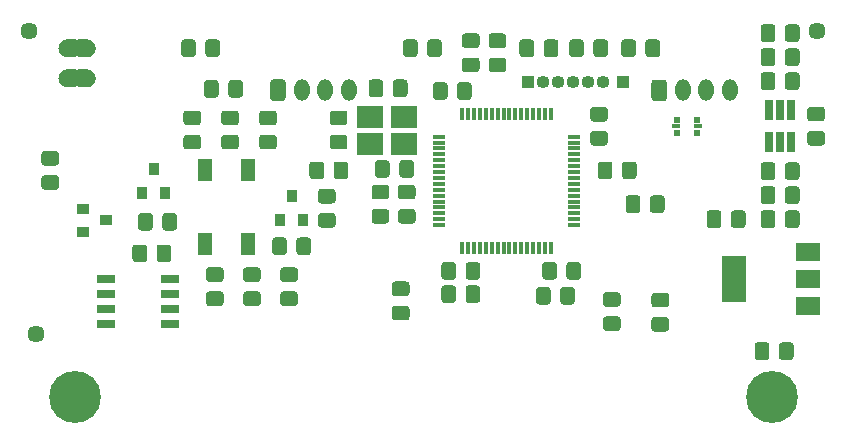
<source format=gbr>
%TF.GenerationSoftware,KiCad,Pcbnew,5.1.6+dfsg1-1~bpo10+1*%
%TF.CreationDate,2021-04-22T00:57:50+03:00*%
%TF.ProjectId,controller,636f6e74-726f-46c6-9c65-722e6b696361,rev?*%
%TF.SameCoordinates,PX3cfccb0PYa197300*%
%TF.FileFunction,Soldermask,Top*%
%TF.FilePolarity,Negative*%
%FSLAX46Y46*%
G04 Gerber Fmt 4.6, Leading zero omitted, Abs format (unit mm)*
G04 Created by KiCad (PCBNEW 5.1.6+dfsg1-1~bpo10+1) date 2021-04-22 00:57:50*
%MOMM*%
%LPD*%
G01*
G04 APERTURE LIST*
%ADD10C,0.100000*%
%ADD11C,4.400000*%
%ADD12R,1.000000X0.900000*%
%ADD13R,0.900000X1.000000*%
%ADD14R,1.200000X1.900000*%
%ADD15R,1.100000X1.100000*%
%ADD16R,1.650000X0.700000*%
%ADD17O,1.100000X1.100000*%
%ADD18R,0.350000X1.100000*%
%ADD19R,1.100000X0.350000*%
%ADD20O,1.300000X1.850000*%
%ADD21C,1.448000*%
%ADD22R,2.200000X1.900000*%
%ADD23R,0.600000X0.475000*%
%ADD24R,0.750000X0.400000*%
%ADD25R,0.750000X1.660000*%
%ADD26R,2.100000X1.600000*%
%ADD27R,2.100000X3.900000*%
G04 APERTURE END LIST*
D10*
%TO.C,JP1*%
G36*
X5239500Y35264500D02*
G01*
X5874500Y35264500D01*
X5874500Y33867500D01*
X5239500Y33867500D01*
X5239500Y35264500D01*
G37*
%TO.C,JP2*%
G36*
X5239500Y32724500D02*
G01*
X5874500Y32724500D01*
X5874500Y31327500D01*
X5239500Y31327500D01*
X5239500Y32724500D01*
G37*
%TD*%
D11*
%TO.C,J1*%
X64410000Y5060000D03*
X5410000Y5060000D03*
%TD*%
%TO.C,R18*%
G36*
G01*
X12775000Y19386738D02*
X12775000Y20343262D01*
G75*
G02*
X13046738Y20615000I271738J0D01*
G01*
X13753262Y20615000D01*
G75*
G02*
X14025000Y20343262I0J-271738D01*
G01*
X14025000Y19386738D01*
G75*
G02*
X13753262Y19115000I-271738J0D01*
G01*
X13046738Y19115000D01*
G75*
G02*
X12775000Y19386738I0J271738D01*
G01*
G37*
G36*
G01*
X10725000Y19386738D02*
X10725000Y20343262D01*
G75*
G02*
X10996738Y20615000I271738J0D01*
G01*
X11703262Y20615000D01*
G75*
G02*
X11975000Y20343262I0J-271738D01*
G01*
X11975000Y19386738D01*
G75*
G02*
X11703262Y19115000I-271738J0D01*
G01*
X10996738Y19115000D01*
G75*
G02*
X10725000Y19386738I0J271738D01*
G01*
G37*
%TD*%
%TO.C,R17*%
G36*
G01*
X23325000Y18268262D02*
X23325000Y17311738D01*
G75*
G02*
X23053262Y17040000I-271738J0D01*
G01*
X22346738Y17040000D01*
G75*
G02*
X22075000Y17311738I0J271738D01*
G01*
X22075000Y18268262D01*
G75*
G02*
X22346738Y18540000I271738J0D01*
G01*
X23053262Y18540000D01*
G75*
G02*
X23325000Y18268262I0J-271738D01*
G01*
G37*
G36*
G01*
X25375000Y18268262D02*
X25375000Y17311738D01*
G75*
G02*
X25103262Y17040000I-271738J0D01*
G01*
X24396738Y17040000D01*
G75*
G02*
X24125000Y17311738I0J271738D01*
G01*
X24125000Y18268262D01*
G75*
G02*
X24396738Y18540000I271738J0D01*
G01*
X25103262Y18540000D01*
G75*
G02*
X25375000Y18268262I0J-271738D01*
G01*
G37*
%TD*%
D12*
%TO.C,Q3*%
X8025000Y19990000D03*
X6025000Y19040000D03*
X6025000Y20940000D03*
%TD*%
D13*
%TO.C,Q2*%
X23725000Y22040000D03*
X24675000Y20040000D03*
X22775000Y20040000D03*
%TD*%
D10*
%TO.C,JP1*%
G36*
X6392557Y35315157D02*
G01*
X6418347Y35315157D01*
X6423248Y35314916D01*
X6491612Y35308183D01*
X6496466Y35307463D01*
X6563841Y35294061D01*
X6568600Y35292869D01*
X6634337Y35272928D01*
X6638957Y35271275D01*
X6702423Y35244987D01*
X6706859Y35242889D01*
X6767442Y35210506D01*
X6771650Y35207983D01*
X6828768Y35169818D01*
X6832710Y35166895D01*
X6885811Y35123316D01*
X6889446Y35120021D01*
X6938021Y35071446D01*
X6941316Y35067811D01*
X6984895Y35014710D01*
X6987818Y35010768D01*
X7025983Y34953650D01*
X7028506Y34949442D01*
X7060889Y34888859D01*
X7062987Y34884423D01*
X7089275Y34820957D01*
X7090928Y34816337D01*
X7110869Y34750600D01*
X7112061Y34745841D01*
X7125463Y34678466D01*
X7126183Y34673612D01*
X7132916Y34605248D01*
X7133157Y34600347D01*
X7133157Y34531653D01*
X7132916Y34526752D01*
X7126183Y34458388D01*
X7125463Y34453534D01*
X7112061Y34386159D01*
X7110869Y34381400D01*
X7090928Y34315663D01*
X7089275Y34311043D01*
X7062987Y34247577D01*
X7060889Y34243141D01*
X7028506Y34182558D01*
X7025983Y34178350D01*
X6987818Y34121232D01*
X6984895Y34117290D01*
X6941316Y34064189D01*
X6938021Y34060554D01*
X6889446Y34011979D01*
X6885811Y34008684D01*
X6832710Y33965105D01*
X6828768Y33962182D01*
X6771650Y33924017D01*
X6767442Y33921494D01*
X6706859Y33889111D01*
X6702423Y33887013D01*
X6638957Y33860725D01*
X6634337Y33859072D01*
X6568600Y33839131D01*
X6563841Y33837939D01*
X6496466Y33824537D01*
X6491612Y33823817D01*
X6423248Y33817084D01*
X6418347Y33816843D01*
X6392557Y33816843D01*
X6384000Y33816000D01*
X5684000Y33816000D01*
X5674245Y33816961D01*
X5664866Y33819806D01*
X5656221Y33824427D01*
X5648645Y33830645D01*
X5642427Y33838221D01*
X5637806Y33846866D01*
X5634961Y33856245D01*
X5634000Y33866000D01*
X5634000Y35266000D01*
X5634961Y35275755D01*
X5637806Y35285134D01*
X5642427Y35293779D01*
X5648645Y35301355D01*
X5656221Y35307573D01*
X5664866Y35312194D01*
X5674245Y35315039D01*
X5684000Y35316000D01*
X6384000Y35316000D01*
X6392557Y35315157D01*
G37*
G36*
X4721443Y33816843D02*
G01*
X4695653Y33816843D01*
X4690752Y33817084D01*
X4622388Y33823817D01*
X4617534Y33824537D01*
X4550159Y33837939D01*
X4545400Y33839131D01*
X4479663Y33859072D01*
X4475043Y33860725D01*
X4411577Y33887013D01*
X4407141Y33889111D01*
X4346558Y33921494D01*
X4342350Y33924017D01*
X4285232Y33962182D01*
X4281290Y33965105D01*
X4228189Y34008684D01*
X4224554Y34011979D01*
X4175979Y34060554D01*
X4172684Y34064189D01*
X4129105Y34117290D01*
X4126182Y34121232D01*
X4088017Y34178350D01*
X4085494Y34182558D01*
X4053111Y34243141D01*
X4051013Y34247577D01*
X4024725Y34311043D01*
X4023072Y34315663D01*
X4003131Y34381400D01*
X4001939Y34386159D01*
X3988537Y34453534D01*
X3987817Y34458388D01*
X3981084Y34526752D01*
X3980843Y34531653D01*
X3980843Y34600347D01*
X3981084Y34605248D01*
X3987817Y34673612D01*
X3988537Y34678466D01*
X4001939Y34745841D01*
X4003131Y34750600D01*
X4023072Y34816337D01*
X4024725Y34820957D01*
X4051013Y34884423D01*
X4053111Y34888859D01*
X4085494Y34949442D01*
X4088017Y34953650D01*
X4126182Y35010768D01*
X4129105Y35014710D01*
X4172684Y35067811D01*
X4175979Y35071446D01*
X4224554Y35120021D01*
X4228189Y35123316D01*
X4281290Y35166895D01*
X4285232Y35169818D01*
X4342350Y35207983D01*
X4346558Y35210506D01*
X4407141Y35242889D01*
X4411577Y35244987D01*
X4475043Y35271275D01*
X4479663Y35272928D01*
X4545400Y35292869D01*
X4550159Y35294061D01*
X4617534Y35307463D01*
X4622388Y35308183D01*
X4690752Y35314916D01*
X4695653Y35315157D01*
X4721443Y35315157D01*
X4730000Y35316000D01*
X5430000Y35316000D01*
X5439755Y35315039D01*
X5449134Y35312194D01*
X5457779Y35307573D01*
X5465355Y35301355D01*
X5471573Y35293779D01*
X5476194Y35285134D01*
X5479039Y35275755D01*
X5480000Y35266000D01*
X5480000Y33866000D01*
X5479039Y33856245D01*
X5476194Y33846866D01*
X5471573Y33838221D01*
X5465355Y33830645D01*
X5457779Y33824427D01*
X5449134Y33819806D01*
X5439755Y33816961D01*
X5430000Y33816000D01*
X4730000Y33816000D01*
X4721443Y33816843D01*
G37*
%TD*%
D14*
%TO.C,SW1*%
X16350000Y18015000D03*
X16350000Y24215000D03*
X20050000Y18015000D03*
X20050000Y24215000D03*
%TD*%
D15*
%TO.C,J4*%
X51801660Y31703420D03*
%TD*%
%TO.C,R16*%
G36*
G01*
X15788402Y28040000D02*
X14831878Y28040000D01*
G75*
G02*
X14560140Y28311738I0J271738D01*
G01*
X14560140Y29018262D01*
G75*
G02*
X14831878Y29290000I271738J0D01*
G01*
X15788402Y29290000D01*
G75*
G02*
X16060140Y29018262I0J-271738D01*
G01*
X16060140Y28311738D01*
G75*
G02*
X15788402Y28040000I-271738J0D01*
G01*
G37*
G36*
G01*
X15788402Y25990000D02*
X14831878Y25990000D01*
G75*
G02*
X14560140Y26261738I0J271738D01*
G01*
X14560140Y26968262D01*
G75*
G02*
X14831878Y27240000I271738J0D01*
G01*
X15788402Y27240000D01*
G75*
G02*
X16060140Y26968262I0J-271738D01*
G01*
X16060140Y26261738D01*
G75*
G02*
X15788402Y25990000I-271738J0D01*
G01*
G37*
%TD*%
D13*
%TO.C,Q1*%
X12046800Y24339200D03*
X12996800Y22339200D03*
X11096800Y22339200D03*
%TD*%
%TO.C,C20*%
G36*
G01*
X18038628Y27240000D02*
X18995152Y27240000D01*
G75*
G02*
X19266890Y26968262I0J-271738D01*
G01*
X19266890Y26261738D01*
G75*
G02*
X18995152Y25990000I-271738J0D01*
G01*
X18038628Y25990000D01*
G75*
G02*
X17766890Y26261738I0J271738D01*
G01*
X17766890Y26968262D01*
G75*
G02*
X18038628Y27240000I271738J0D01*
G01*
G37*
G36*
G01*
X18038628Y29290000D02*
X18995152Y29290000D01*
G75*
G02*
X19266890Y29018262I0J-271738D01*
G01*
X19266890Y28311738D01*
G75*
G02*
X18995152Y28040000I-271738J0D01*
G01*
X18038628Y28040000D01*
G75*
G02*
X17766890Y28311738I0J271738D01*
G01*
X17766890Y29018262D01*
G75*
G02*
X18038628Y29290000I271738J0D01*
G01*
G37*
%TD*%
D16*
%TO.C,U5*%
X13421240Y14999280D03*
X13421240Y13729280D03*
X13421240Y12459280D03*
X13421240Y11189280D03*
X8021240Y11189280D03*
X8021240Y12459280D03*
X8021240Y13729280D03*
X8021240Y14999280D03*
%TD*%
%TO.C,R15*%
G36*
G01*
X23027578Y13972200D02*
X23984102Y13972200D01*
G75*
G02*
X24255840Y13700462I0J-271738D01*
G01*
X24255840Y12993938D01*
G75*
G02*
X23984102Y12722200I-271738J0D01*
G01*
X23027578Y12722200D01*
G75*
G02*
X22755840Y12993938I0J271738D01*
G01*
X22755840Y13700462D01*
G75*
G02*
X23027578Y13972200I271738J0D01*
G01*
G37*
G36*
G01*
X23027578Y16022200D02*
X23984102Y16022200D01*
G75*
G02*
X24255840Y15750462I0J-271738D01*
G01*
X24255840Y15043938D01*
G75*
G02*
X23984102Y14772200I-271738J0D01*
G01*
X23027578Y14772200D01*
G75*
G02*
X22755840Y15043938I0J271738D01*
G01*
X22755840Y15750462D01*
G75*
G02*
X23027578Y16022200I271738J0D01*
G01*
G37*
%TD*%
%TO.C,R14*%
G36*
G01*
X19883058Y13972200D02*
X20839582Y13972200D01*
G75*
G02*
X21111320Y13700462I0J-271738D01*
G01*
X21111320Y12993938D01*
G75*
G02*
X20839582Y12722200I-271738J0D01*
G01*
X19883058Y12722200D01*
G75*
G02*
X19611320Y12993938I0J271738D01*
G01*
X19611320Y13700462D01*
G75*
G02*
X19883058Y13972200I271738J0D01*
G01*
G37*
G36*
G01*
X19883058Y16022200D02*
X20839582Y16022200D01*
G75*
G02*
X21111320Y15750462I0J-271738D01*
G01*
X21111320Y15043938D01*
G75*
G02*
X20839582Y14772200I-271738J0D01*
G01*
X19883058Y14772200D01*
G75*
G02*
X19611320Y15043938I0J271738D01*
G01*
X19611320Y15750462D01*
G75*
G02*
X19883058Y16022200I271738J0D01*
G01*
G37*
%TD*%
%TO.C,R13*%
G36*
G01*
X16738538Y13972200D02*
X17695062Y13972200D01*
G75*
G02*
X17966800Y13700462I0J-271738D01*
G01*
X17966800Y12993938D01*
G75*
G02*
X17695062Y12722200I-271738J0D01*
G01*
X16738538Y12722200D01*
G75*
G02*
X16466800Y12993938I0J271738D01*
G01*
X16466800Y13700462D01*
G75*
G02*
X16738538Y13972200I271738J0D01*
G01*
G37*
G36*
G01*
X16738538Y16022200D02*
X17695062Y16022200D01*
G75*
G02*
X17966800Y15750462I0J-271738D01*
G01*
X17966800Y15043938D01*
G75*
G02*
X17695062Y14772200I-271738J0D01*
G01*
X16738538Y14772200D01*
G75*
G02*
X16466800Y15043938I0J271738D01*
G01*
X16466800Y15750462D01*
G75*
G02*
X16738538Y16022200I271738J0D01*
G01*
G37*
%TD*%
%TO.C,C19*%
G36*
G01*
X11491080Y17672902D02*
X11491080Y16716378D01*
G75*
G02*
X11219342Y16444640I-271738J0D01*
G01*
X10512818Y16444640D01*
G75*
G02*
X10241080Y16716378I0J271738D01*
G01*
X10241080Y17672902D01*
G75*
G02*
X10512818Y17944640I271738J0D01*
G01*
X11219342Y17944640D01*
G75*
G02*
X11491080Y17672902I0J-271738D01*
G01*
G37*
G36*
G01*
X13541080Y17672902D02*
X13541080Y16716378D01*
G75*
G02*
X13269342Y16444640I-271738J0D01*
G01*
X12562818Y16444640D01*
G75*
G02*
X12291080Y16716378I0J271738D01*
G01*
X12291080Y17672902D01*
G75*
G02*
X12562818Y17944640I271738J0D01*
G01*
X13269342Y17944640D01*
G75*
G02*
X13541080Y17672902I0J-271738D01*
G01*
G37*
%TD*%
%TO.C,R12*%
G36*
G01*
X51310862Y12667340D02*
X50354338Y12667340D01*
G75*
G02*
X50082600Y12939078I0J271738D01*
G01*
X50082600Y13645602D01*
G75*
G02*
X50354338Y13917340I271738J0D01*
G01*
X51310862Y13917340D01*
G75*
G02*
X51582600Y13645602I0J-271738D01*
G01*
X51582600Y12939078D01*
G75*
G02*
X51310862Y12667340I-271738J0D01*
G01*
G37*
G36*
G01*
X51310862Y10617340D02*
X50354338Y10617340D01*
G75*
G02*
X50082600Y10889078I0J271738D01*
G01*
X50082600Y11595602D01*
G75*
G02*
X50354338Y11867340I271738J0D01*
G01*
X51310862Y11867340D01*
G75*
G02*
X51582600Y11595602I0J-271738D01*
G01*
X51582600Y10889078D01*
G75*
G02*
X51310862Y10617340I-271738J0D01*
G01*
G37*
%TD*%
%TO.C,R11*%
G36*
G01*
X32482898Y12766500D02*
X33439422Y12766500D01*
G75*
G02*
X33711160Y12494762I0J-271738D01*
G01*
X33711160Y11788238D01*
G75*
G02*
X33439422Y11516500I-271738J0D01*
G01*
X32482898Y11516500D01*
G75*
G02*
X32211160Y11788238I0J271738D01*
G01*
X32211160Y12494762D01*
G75*
G02*
X32482898Y12766500I271738J0D01*
G01*
G37*
G36*
G01*
X32482898Y14816500D02*
X33439422Y14816500D01*
G75*
G02*
X33711160Y14544762I0J-271738D01*
G01*
X33711160Y13838238D01*
G75*
G02*
X33439422Y13566500I-271738J0D01*
G01*
X32482898Y13566500D01*
G75*
G02*
X32211160Y13838238I0J271738D01*
G01*
X32211160Y14544762D01*
G75*
G02*
X32482898Y14816500I271738J0D01*
G01*
G37*
%TD*%
%TO.C,R10*%
G36*
G01*
X55418042Y12614000D02*
X54461518Y12614000D01*
G75*
G02*
X54189780Y12885738I0J271738D01*
G01*
X54189780Y13592262D01*
G75*
G02*
X54461518Y13864000I271738J0D01*
G01*
X55418042Y13864000D01*
G75*
G02*
X55689780Y13592262I0J-271738D01*
G01*
X55689780Y12885738D01*
G75*
G02*
X55418042Y12614000I-271738J0D01*
G01*
G37*
G36*
G01*
X55418042Y10564000D02*
X54461518Y10564000D01*
G75*
G02*
X54189780Y10835738I0J271738D01*
G01*
X54189780Y11542262D01*
G75*
G02*
X54461518Y11814000I271738J0D01*
G01*
X55418042Y11814000D01*
G75*
G02*
X55689780Y11542262I0J-271738D01*
G01*
X55689780Y10835738D01*
G75*
G02*
X55418042Y10564000I-271738J0D01*
G01*
G37*
%TD*%
%TO.C,R9*%
G36*
G01*
X18354840Y30638418D02*
X18354840Y31594942D01*
G75*
G02*
X18626578Y31866680I271738J0D01*
G01*
X19333102Y31866680D01*
G75*
G02*
X19604840Y31594942I0J-271738D01*
G01*
X19604840Y30638418D01*
G75*
G02*
X19333102Y30366680I-271738J0D01*
G01*
X18626578Y30366680D01*
G75*
G02*
X18354840Y30638418I0J271738D01*
G01*
G37*
G36*
G01*
X16304840Y30638418D02*
X16304840Y31594942D01*
G75*
G02*
X16576578Y31866680I271738J0D01*
G01*
X17283102Y31866680D01*
G75*
G02*
X17554840Y31594942I0J-271738D01*
G01*
X17554840Y30638418D01*
G75*
G02*
X17283102Y30366680I-271738J0D01*
G01*
X16576578Y30366680D01*
G75*
G02*
X16304840Y30638418I0J271738D01*
G01*
G37*
%TD*%
%TO.C,R6*%
G36*
G01*
X44262940Y35038262D02*
X44262940Y34081738D01*
G75*
G02*
X43991202Y33810000I-271738J0D01*
G01*
X43284678Y33810000D01*
G75*
G02*
X43012940Y34081738I0J271738D01*
G01*
X43012940Y35038262D01*
G75*
G02*
X43284678Y35310000I271738J0D01*
G01*
X43991202Y35310000D01*
G75*
G02*
X44262940Y35038262I0J-271738D01*
G01*
G37*
G36*
G01*
X46312940Y35038262D02*
X46312940Y34081738D01*
G75*
G02*
X46041202Y33810000I-271738J0D01*
G01*
X45334678Y33810000D01*
G75*
G02*
X45062940Y34081738I0J271738D01*
G01*
X45062940Y35038262D01*
G75*
G02*
X45334678Y35310000I271738J0D01*
G01*
X46041202Y35310000D01*
G75*
G02*
X46312940Y35038262I0J-271738D01*
G01*
G37*
%TD*%
%TO.C,C18*%
G36*
G01*
X46457400Y13120038D02*
X46457400Y14076562D01*
G75*
G02*
X46729138Y14348300I271738J0D01*
G01*
X47435662Y14348300D01*
G75*
G02*
X47707400Y14076562I0J-271738D01*
G01*
X47707400Y13120038D01*
G75*
G02*
X47435662Y12848300I-271738J0D01*
G01*
X46729138Y12848300D01*
G75*
G02*
X46457400Y13120038I0J271738D01*
G01*
G37*
G36*
G01*
X44407400Y13120038D02*
X44407400Y14076562D01*
G75*
G02*
X44679138Y14348300I271738J0D01*
G01*
X45385662Y14348300D01*
G75*
G02*
X45657400Y14076562I0J-271738D01*
G01*
X45657400Y13120038D01*
G75*
G02*
X45385662Y12848300I-271738J0D01*
G01*
X44679138Y12848300D01*
G75*
G02*
X44407400Y13120038I0J271738D01*
G01*
G37*
%TD*%
D17*
%TO.C,J6*%
X50078220Y31703420D03*
X48808220Y31703420D03*
X47538220Y31703420D03*
X46268220Y31703420D03*
X44998220Y31703420D03*
D15*
X43728220Y31703420D03*
%TD*%
D18*
%TO.C,U2*%
X38170000Y29030000D03*
X38670000Y29030000D03*
X39170000Y29030000D03*
X39670000Y29030000D03*
X40170000Y29030000D03*
X40670000Y29030000D03*
X41170000Y29030000D03*
X41670000Y29030000D03*
X42170000Y29030000D03*
X42670000Y29030000D03*
X43170000Y29030000D03*
X43670000Y29030000D03*
X44170000Y29030000D03*
X44670000Y29030000D03*
X45170000Y29030000D03*
X45670000Y29030000D03*
D19*
X47620000Y27080000D03*
X47620000Y26580000D03*
X47620000Y26080000D03*
X47620000Y25580000D03*
X47620000Y25080000D03*
X47620000Y24580000D03*
X47620000Y24080000D03*
X47620000Y23580000D03*
X47620000Y23080000D03*
X47620000Y22580000D03*
X47620000Y22080000D03*
X47620000Y21580000D03*
X47620000Y21080000D03*
X47620000Y20580000D03*
X47620000Y20080000D03*
X47620000Y19580000D03*
D18*
X45670000Y17630000D03*
X45170000Y17630000D03*
X44670000Y17630000D03*
X44170000Y17630000D03*
X43670000Y17630000D03*
X43170000Y17630000D03*
X42670000Y17630000D03*
X42170000Y17630000D03*
X41670000Y17630000D03*
X41170000Y17630000D03*
X40670000Y17630000D03*
X40170000Y17630000D03*
X39670000Y17630000D03*
X39170000Y17630000D03*
X38670000Y17630000D03*
X38170000Y17630000D03*
D19*
X36220000Y19580000D03*
X36220000Y20080000D03*
X36220000Y20580000D03*
X36220000Y21080000D03*
X36220000Y21580000D03*
X36220000Y22080000D03*
X36220000Y22580000D03*
X36220000Y23080000D03*
X36220000Y23580000D03*
X36220000Y24080000D03*
X36220000Y24580000D03*
X36220000Y25080000D03*
X36220000Y25580000D03*
X36220000Y26080000D03*
X36220000Y26580000D03*
X36220000Y27080000D03*
%TD*%
D20*
%TO.C,J3*%
X28567480Y31004920D03*
X26567480Y31004920D03*
X24567480Y31004920D03*
G36*
G01*
X21917480Y30350752D02*
X21917480Y31659088D01*
G75*
G02*
X22188312Y31929920I270832J0D01*
G01*
X22946648Y31929920D01*
G75*
G02*
X23217480Y31659088I0J-270832D01*
G01*
X23217480Y30350752D01*
G75*
G02*
X22946648Y30079920I-270832J0D01*
G01*
X22188312Y30079920D01*
G75*
G02*
X21917480Y30350752I0J270832D01*
G01*
G37*
%TD*%
D21*
%TO.C,H3*%
X2054440Y10326780D03*
%TD*%
%TO.C,H2*%
X68183340Y35990940D03*
%TD*%
%TO.C,H1*%
X1488020Y36018880D03*
%TD*%
D10*
%TO.C,JP2*%
G36*
X6392557Y32775157D02*
G01*
X6418347Y32775157D01*
X6423248Y32774916D01*
X6491612Y32768183D01*
X6496466Y32767463D01*
X6563841Y32754061D01*
X6568600Y32752869D01*
X6634337Y32732928D01*
X6638957Y32731275D01*
X6702423Y32704987D01*
X6706859Y32702889D01*
X6767442Y32670506D01*
X6771650Y32667983D01*
X6828768Y32629818D01*
X6832710Y32626895D01*
X6885811Y32583316D01*
X6889446Y32580021D01*
X6938021Y32531446D01*
X6941316Y32527811D01*
X6984895Y32474710D01*
X6987818Y32470768D01*
X7025983Y32413650D01*
X7028506Y32409442D01*
X7060889Y32348859D01*
X7062987Y32344423D01*
X7089275Y32280957D01*
X7090928Y32276337D01*
X7110869Y32210600D01*
X7112061Y32205841D01*
X7125463Y32138466D01*
X7126183Y32133612D01*
X7132916Y32065248D01*
X7133157Y32060347D01*
X7133157Y31991653D01*
X7132916Y31986752D01*
X7126183Y31918388D01*
X7125463Y31913534D01*
X7112061Y31846159D01*
X7110869Y31841400D01*
X7090928Y31775663D01*
X7089275Y31771043D01*
X7062987Y31707577D01*
X7060889Y31703141D01*
X7028506Y31642558D01*
X7025983Y31638350D01*
X6987818Y31581232D01*
X6984895Y31577290D01*
X6941316Y31524189D01*
X6938021Y31520554D01*
X6889446Y31471979D01*
X6885811Y31468684D01*
X6832710Y31425105D01*
X6828768Y31422182D01*
X6771650Y31384017D01*
X6767442Y31381494D01*
X6706859Y31349111D01*
X6702423Y31347013D01*
X6638957Y31320725D01*
X6634337Y31319072D01*
X6568600Y31299131D01*
X6563841Y31297939D01*
X6496466Y31284537D01*
X6491612Y31283817D01*
X6423248Y31277084D01*
X6418347Y31276843D01*
X6392557Y31276843D01*
X6384000Y31276000D01*
X5684000Y31276000D01*
X5674245Y31276961D01*
X5664866Y31279806D01*
X5656221Y31284427D01*
X5648645Y31290645D01*
X5642427Y31298221D01*
X5637806Y31306866D01*
X5634961Y31316245D01*
X5634000Y31326000D01*
X5634000Y32726000D01*
X5634961Y32735755D01*
X5637806Y32745134D01*
X5642427Y32753779D01*
X5648645Y32761355D01*
X5656221Y32767573D01*
X5664866Y32772194D01*
X5674245Y32775039D01*
X5684000Y32776000D01*
X6384000Y32776000D01*
X6392557Y32775157D01*
G37*
G36*
X4721443Y31276843D02*
G01*
X4695653Y31276843D01*
X4690752Y31277084D01*
X4622388Y31283817D01*
X4617534Y31284537D01*
X4550159Y31297939D01*
X4545400Y31299131D01*
X4479663Y31319072D01*
X4475043Y31320725D01*
X4411577Y31347013D01*
X4407141Y31349111D01*
X4346558Y31381494D01*
X4342350Y31384017D01*
X4285232Y31422182D01*
X4281290Y31425105D01*
X4228189Y31468684D01*
X4224554Y31471979D01*
X4175979Y31520554D01*
X4172684Y31524189D01*
X4129105Y31577290D01*
X4126182Y31581232D01*
X4088017Y31638350D01*
X4085494Y31642558D01*
X4053111Y31703141D01*
X4051013Y31707577D01*
X4024725Y31771043D01*
X4023072Y31775663D01*
X4003131Y31841400D01*
X4001939Y31846159D01*
X3988537Y31913534D01*
X3987817Y31918388D01*
X3981084Y31986752D01*
X3980843Y31991653D01*
X3980843Y32060347D01*
X3981084Y32065248D01*
X3987817Y32133612D01*
X3988537Y32138466D01*
X4001939Y32205841D01*
X4003131Y32210600D01*
X4023072Y32276337D01*
X4024725Y32280957D01*
X4051013Y32344423D01*
X4053111Y32348859D01*
X4085494Y32409442D01*
X4088017Y32413650D01*
X4126182Y32470768D01*
X4129105Y32474710D01*
X4172684Y32527811D01*
X4175979Y32531446D01*
X4224554Y32580021D01*
X4228189Y32583316D01*
X4281290Y32626895D01*
X4285232Y32629818D01*
X4342350Y32667983D01*
X4346558Y32670506D01*
X4407141Y32702889D01*
X4411577Y32704987D01*
X4475043Y32731275D01*
X4479663Y32732928D01*
X4545400Y32752869D01*
X4550159Y32754061D01*
X4617534Y32767463D01*
X4622388Y32768183D01*
X4690752Y32774916D01*
X4695653Y32775157D01*
X4721443Y32775157D01*
X4730000Y32776000D01*
X5430000Y32776000D01*
X5439755Y32775039D01*
X5449134Y32772194D01*
X5457779Y32767573D01*
X5465355Y32761355D01*
X5471573Y32753779D01*
X5476194Y32745134D01*
X5479039Y32735755D01*
X5480000Y32726000D01*
X5480000Y31326000D01*
X5479039Y31316245D01*
X5476194Y31306866D01*
X5471573Y31298221D01*
X5465355Y31290645D01*
X5457779Y31284427D01*
X5449134Y31279806D01*
X5439755Y31276961D01*
X5430000Y31276000D01*
X4730000Y31276000D01*
X4721443Y31276843D01*
G37*
%TD*%
%TO.C,D6*%
G36*
G01*
X51690000Y23741738D02*
X51690000Y24698262D01*
G75*
G02*
X51961738Y24970000I271738J0D01*
G01*
X52668262Y24970000D01*
G75*
G02*
X52940000Y24698262I0J-271738D01*
G01*
X52940000Y23741738D01*
G75*
G02*
X52668262Y23470000I-271738J0D01*
G01*
X51961738Y23470000D01*
G75*
G02*
X51690000Y23741738I0J271738D01*
G01*
G37*
G36*
G01*
X49640000Y23741738D02*
X49640000Y24698262D01*
G75*
G02*
X49911738Y24970000I271738J0D01*
G01*
X50618262Y24970000D01*
G75*
G02*
X50890000Y24698262I0J-271738D01*
G01*
X50890000Y23741738D01*
G75*
G02*
X50618262Y23470000I-271738J0D01*
G01*
X49911738Y23470000D01*
G75*
G02*
X49640000Y23741738I0J271738D01*
G01*
G37*
%TD*%
%TO.C,D5*%
G36*
G01*
X27275000Y23741738D02*
X27275000Y24698262D01*
G75*
G02*
X27546738Y24970000I271738J0D01*
G01*
X28253262Y24970000D01*
G75*
G02*
X28525000Y24698262I0J-271738D01*
G01*
X28525000Y23741738D01*
G75*
G02*
X28253262Y23470000I-271738J0D01*
G01*
X27546738Y23470000D01*
G75*
G02*
X27275000Y23741738I0J271738D01*
G01*
G37*
G36*
G01*
X25225000Y23741738D02*
X25225000Y24698262D01*
G75*
G02*
X25496738Y24970000I271738J0D01*
G01*
X26203262Y24970000D01*
G75*
G02*
X26475000Y24698262I0J-271738D01*
G01*
X26475000Y23741738D01*
G75*
G02*
X26203262Y23470000I-271738J0D01*
G01*
X25496738Y23470000D01*
G75*
G02*
X25225000Y23741738I0J271738D01*
G01*
G37*
%TD*%
%TO.C,D4*%
G36*
G01*
X3758262Y24620000D02*
X2801738Y24620000D01*
G75*
G02*
X2530000Y24891738I0J271738D01*
G01*
X2530000Y25598262D01*
G75*
G02*
X2801738Y25870000I271738J0D01*
G01*
X3758262Y25870000D01*
G75*
G02*
X4030000Y25598262I0J-271738D01*
G01*
X4030000Y24891738D01*
G75*
G02*
X3758262Y24620000I-271738J0D01*
G01*
G37*
G36*
G01*
X3758262Y22570000D02*
X2801738Y22570000D01*
G75*
G02*
X2530000Y22841738I0J271738D01*
G01*
X2530000Y23548262D01*
G75*
G02*
X2801738Y23820000I271738J0D01*
G01*
X3758262Y23820000D01*
G75*
G02*
X4030000Y23548262I0J-271738D01*
G01*
X4030000Y22841738D01*
G75*
G02*
X3758262Y22570000I-271738J0D01*
G01*
G37*
%TD*%
D22*
%TO.C,Y1*%
X33260000Y26450000D03*
X30360000Y26450000D03*
X30360000Y28750000D03*
X33260000Y28750000D03*
%TD*%
D23*
%TO.C,U4*%
X56358000Y27424500D03*
X56358000Y28499500D03*
D24*
X58133000Y27962000D03*
X56283000Y27962000D03*
D23*
X58058000Y28499500D03*
X58058000Y27424500D03*
%TD*%
D25*
%TO.C,U3*%
X65082000Y26612000D03*
X66032000Y26612000D03*
X64132000Y26612000D03*
X64132000Y29312000D03*
X65082000Y29312000D03*
X66032000Y29312000D03*
%TD*%
D26*
%TO.C,U1*%
X67470000Y12708000D03*
X67470000Y17308000D03*
X67470000Y15008000D03*
D27*
X61170000Y15008000D03*
%TD*%
%TO.C,R8*%
G36*
G01*
X53252000Y21836262D02*
X53252000Y20879738D01*
G75*
G02*
X52980262Y20608000I-271738J0D01*
G01*
X52273738Y20608000D01*
G75*
G02*
X52002000Y20879738I0J271738D01*
G01*
X52002000Y21836262D01*
G75*
G02*
X52273738Y22108000I271738J0D01*
G01*
X52980262Y22108000D01*
G75*
G02*
X53252000Y21836262I0J-271738D01*
G01*
G37*
G36*
G01*
X55302000Y21836262D02*
X55302000Y20879738D01*
G75*
G02*
X55030262Y20608000I-271738J0D01*
G01*
X54323738Y20608000D01*
G75*
G02*
X54052000Y20879738I0J271738D01*
G01*
X54052000Y21836262D01*
G75*
G02*
X54323738Y22108000I271738J0D01*
G01*
X55030262Y22108000D01*
G75*
G02*
X55302000Y21836262I0J-271738D01*
G01*
G37*
%TD*%
%TO.C,R7*%
G36*
G01*
X68608262Y28362000D02*
X67651738Y28362000D01*
G75*
G02*
X67380000Y28633738I0J271738D01*
G01*
X67380000Y29340262D01*
G75*
G02*
X67651738Y29612000I271738J0D01*
G01*
X68608262Y29612000D01*
G75*
G02*
X68880000Y29340262I0J-271738D01*
G01*
X68880000Y28633738D01*
G75*
G02*
X68608262Y28362000I-271738J0D01*
G01*
G37*
G36*
G01*
X68608262Y26312000D02*
X67651738Y26312000D01*
G75*
G02*
X67380000Y26583738I0J271738D01*
G01*
X67380000Y27290262D01*
G75*
G02*
X67651738Y27562000I271738J0D01*
G01*
X68608262Y27562000D01*
G75*
G02*
X68880000Y27290262I0J-271738D01*
G01*
X68880000Y26583738D01*
G75*
G02*
X68608262Y26312000I-271738J0D01*
G01*
G37*
%TD*%
%TO.C,R5*%
G36*
G01*
X48474260Y35038262D02*
X48474260Y34081738D01*
G75*
G02*
X48202522Y33810000I-271738J0D01*
G01*
X47495998Y33810000D01*
G75*
G02*
X47224260Y34081738I0J271738D01*
G01*
X47224260Y35038262D01*
G75*
G02*
X47495998Y35310000I271738J0D01*
G01*
X48202522Y35310000D01*
G75*
G02*
X48474260Y35038262I0J-271738D01*
G01*
G37*
G36*
G01*
X50524260Y35038262D02*
X50524260Y34081738D01*
G75*
G02*
X50252522Y33810000I-271738J0D01*
G01*
X49545998Y33810000D01*
G75*
G02*
X49274260Y34081738I0J271738D01*
G01*
X49274260Y35038262D01*
G75*
G02*
X49545998Y35310000I271738J0D01*
G01*
X50252522Y35310000D01*
G75*
G02*
X50524260Y35038262I0J-271738D01*
G01*
G37*
%TD*%
%TO.C,R4*%
G36*
G01*
X40669318Y33772300D02*
X41625842Y33772300D01*
G75*
G02*
X41897580Y33500562I0J-271738D01*
G01*
X41897580Y32794038D01*
G75*
G02*
X41625842Y32522300I-271738J0D01*
G01*
X40669318Y32522300D01*
G75*
G02*
X40397580Y32794038I0J271738D01*
G01*
X40397580Y33500562D01*
G75*
G02*
X40669318Y33772300I271738J0D01*
G01*
G37*
G36*
G01*
X40669318Y35822300D02*
X41625842Y35822300D01*
G75*
G02*
X41897580Y35550562I0J-271738D01*
G01*
X41897580Y34844038D01*
G75*
G02*
X41625842Y34572300I-271738J0D01*
G01*
X40669318Y34572300D01*
G75*
G02*
X40397580Y34844038I0J271738D01*
G01*
X40397580Y35550562D01*
G75*
G02*
X40669318Y35822300I271738J0D01*
G01*
G37*
%TD*%
%TO.C,R3*%
G36*
G01*
X38408718Y33772300D02*
X39365242Y33772300D01*
G75*
G02*
X39636980Y33500562I0J-271738D01*
G01*
X39636980Y32794038D01*
G75*
G02*
X39365242Y32522300I-271738J0D01*
G01*
X38408718Y32522300D01*
G75*
G02*
X38136980Y32794038I0J271738D01*
G01*
X38136980Y33500562D01*
G75*
G02*
X38408718Y33772300I271738J0D01*
G01*
G37*
G36*
G01*
X38408718Y35822300D02*
X39365242Y35822300D01*
G75*
G02*
X39636980Y35550562I0J-271738D01*
G01*
X39636980Y34844038D01*
G75*
G02*
X39365242Y34572300I-271738J0D01*
G01*
X38408718Y34572300D01*
G75*
G02*
X38136980Y34844038I0J271738D01*
G01*
X38136980Y35550562D01*
G75*
G02*
X38408718Y35822300I271738J0D01*
G01*
G37*
%TD*%
%TO.C,R2*%
G36*
G01*
X21245378Y27240000D02*
X22201902Y27240000D01*
G75*
G02*
X22473640Y26968262I0J-271738D01*
G01*
X22473640Y26261738D01*
G75*
G02*
X22201902Y25990000I-271738J0D01*
G01*
X21245378Y25990000D01*
G75*
G02*
X20973640Y26261738I0J271738D01*
G01*
X20973640Y26968262D01*
G75*
G02*
X21245378Y27240000I271738J0D01*
G01*
G37*
G36*
G01*
X21245378Y29290000D02*
X22201902Y29290000D01*
G75*
G02*
X22473640Y29018262I0J-271738D01*
G01*
X22473640Y28311738D01*
G75*
G02*
X22201902Y28040000I-271738J0D01*
G01*
X21245378Y28040000D01*
G75*
G02*
X20973640Y28311738I0J271738D01*
G01*
X20973640Y29018262D01*
G75*
G02*
X21245378Y29290000I271738J0D01*
G01*
G37*
%TD*%
%TO.C,R1*%
G36*
G01*
X32830000Y23861738D02*
X32830000Y24818262D01*
G75*
G02*
X33101738Y25090000I271738J0D01*
G01*
X33808262Y25090000D01*
G75*
G02*
X34080000Y24818262I0J-271738D01*
G01*
X34080000Y23861738D01*
G75*
G02*
X33808262Y23590000I-271738J0D01*
G01*
X33101738Y23590000D01*
G75*
G02*
X32830000Y23861738I0J271738D01*
G01*
G37*
G36*
G01*
X30780000Y23861738D02*
X30780000Y24818262D01*
G75*
G02*
X31051738Y25090000I271738J0D01*
G01*
X31758262Y25090000D01*
G75*
G02*
X32030000Y24818262I0J-271738D01*
G01*
X32030000Y23861738D01*
G75*
G02*
X31758262Y23590000I-271738J0D01*
G01*
X31051738Y23590000D01*
G75*
G02*
X30780000Y23861738I0J271738D01*
G01*
G37*
%TD*%
D20*
%TO.C,J2*%
X60840000Y30990000D03*
X58840000Y30990000D03*
X56840000Y30990000D03*
G36*
G01*
X54190000Y30335832D02*
X54190000Y31644168D01*
G75*
G02*
X54460832Y31915000I270832J0D01*
G01*
X55219168Y31915000D01*
G75*
G02*
X55490000Y31644168I0J-270832D01*
G01*
X55490000Y30335832D01*
G75*
G02*
X55219168Y30065000I-270832J0D01*
G01*
X54460832Y30065000D01*
G75*
G02*
X54190000Y30335832I0J270832D01*
G01*
G37*
%TD*%
%TO.C,FB1*%
G36*
G01*
X64682000Y36314262D02*
X64682000Y35357738D01*
G75*
G02*
X64410262Y35086000I-271738J0D01*
G01*
X63703738Y35086000D01*
G75*
G02*
X63432000Y35357738I0J271738D01*
G01*
X63432000Y36314262D01*
G75*
G02*
X63703738Y36586000I271738J0D01*
G01*
X64410262Y36586000D01*
G75*
G02*
X64682000Y36314262I0J-271738D01*
G01*
G37*
G36*
G01*
X66732000Y36314262D02*
X66732000Y35357738D01*
G75*
G02*
X66460262Y35086000I-271738J0D01*
G01*
X65753738Y35086000D01*
G75*
G02*
X65482000Y35357738I0J271738D01*
G01*
X65482000Y36314262D01*
G75*
G02*
X65753738Y36586000I271738J0D01*
G01*
X66460262Y36586000D01*
G75*
G02*
X66732000Y36314262I0J-271738D01*
G01*
G37*
%TD*%
%TO.C,D3*%
G36*
G01*
X53680000Y34081738D02*
X53680000Y35038262D01*
G75*
G02*
X53951738Y35310000I271738J0D01*
G01*
X54658262Y35310000D01*
G75*
G02*
X54930000Y35038262I0J-271738D01*
G01*
X54930000Y34081738D01*
G75*
G02*
X54658262Y33810000I-271738J0D01*
G01*
X53951738Y33810000D01*
G75*
G02*
X53680000Y34081738I0J271738D01*
G01*
G37*
G36*
G01*
X51630000Y34081738D02*
X51630000Y35038262D01*
G75*
G02*
X51901738Y35310000I271738J0D01*
G01*
X52608262Y35310000D01*
G75*
G02*
X52880000Y35038262I0J-271738D01*
G01*
X52880000Y34081738D01*
G75*
G02*
X52608262Y33810000I-271738J0D01*
G01*
X51901738Y33810000D01*
G75*
G02*
X51630000Y34081738I0J271738D01*
G01*
G37*
%TD*%
%TO.C,D2*%
G36*
G01*
X35195000Y34081738D02*
X35195000Y35038262D01*
G75*
G02*
X35466738Y35310000I271738J0D01*
G01*
X36173262Y35310000D01*
G75*
G02*
X36445000Y35038262I0J-271738D01*
G01*
X36445000Y34081738D01*
G75*
G02*
X36173262Y33810000I-271738J0D01*
G01*
X35466738Y33810000D01*
G75*
G02*
X35195000Y34081738I0J271738D01*
G01*
G37*
G36*
G01*
X33145000Y34081738D02*
X33145000Y35038262D01*
G75*
G02*
X33416738Y35310000I271738J0D01*
G01*
X34123262Y35310000D01*
G75*
G02*
X34395000Y35038262I0J-271738D01*
G01*
X34395000Y34081738D01*
G75*
G02*
X34123262Y33810000I-271738J0D01*
G01*
X33416738Y33810000D01*
G75*
G02*
X33145000Y34081738I0J271738D01*
G01*
G37*
%TD*%
%TO.C,D1*%
G36*
G01*
X16415000Y34081738D02*
X16415000Y35038262D01*
G75*
G02*
X16686738Y35310000I271738J0D01*
G01*
X17393262Y35310000D01*
G75*
G02*
X17665000Y35038262I0J-271738D01*
G01*
X17665000Y34081738D01*
G75*
G02*
X17393262Y33810000I-271738J0D01*
G01*
X16686738Y33810000D01*
G75*
G02*
X16415000Y34081738I0J271738D01*
G01*
G37*
G36*
G01*
X14365000Y34081738D02*
X14365000Y35038262D01*
G75*
G02*
X14636738Y35310000I271738J0D01*
G01*
X15343262Y35310000D01*
G75*
G02*
X15615000Y35038262I0J-271738D01*
G01*
X15615000Y34081738D01*
G75*
G02*
X15343262Y33810000I-271738J0D01*
G01*
X14636738Y33810000D01*
G75*
G02*
X14365000Y34081738I0J271738D01*
G01*
G37*
%TD*%
%TO.C,C17*%
G36*
G01*
X64682000Y22598262D02*
X64682000Y21641738D01*
G75*
G02*
X64410262Y21370000I-271738J0D01*
G01*
X63703738Y21370000D01*
G75*
G02*
X63432000Y21641738I0J271738D01*
G01*
X63432000Y22598262D01*
G75*
G02*
X63703738Y22870000I271738J0D01*
G01*
X64410262Y22870000D01*
G75*
G02*
X64682000Y22598262I0J-271738D01*
G01*
G37*
G36*
G01*
X66732000Y22598262D02*
X66732000Y21641738D01*
G75*
G02*
X66460262Y21370000I-271738J0D01*
G01*
X65753738Y21370000D01*
G75*
G02*
X65482000Y21641738I0J271738D01*
G01*
X65482000Y22598262D01*
G75*
G02*
X65753738Y22870000I271738J0D01*
G01*
X66460262Y22870000D01*
G75*
G02*
X66732000Y22598262I0J-271738D01*
G01*
G37*
%TD*%
%TO.C,C16*%
G36*
G01*
X64682000Y24630262D02*
X64682000Y23673738D01*
G75*
G02*
X64410262Y23402000I-271738J0D01*
G01*
X63703738Y23402000D01*
G75*
G02*
X63432000Y23673738I0J271738D01*
G01*
X63432000Y24630262D01*
G75*
G02*
X63703738Y24902000I271738J0D01*
G01*
X64410262Y24902000D01*
G75*
G02*
X64682000Y24630262I0J-271738D01*
G01*
G37*
G36*
G01*
X66732000Y24630262D02*
X66732000Y23673738D01*
G75*
G02*
X66460262Y23402000I-271738J0D01*
G01*
X65753738Y23402000D01*
G75*
G02*
X65482000Y23673738I0J271738D01*
G01*
X65482000Y24630262D01*
G75*
G02*
X65753738Y24902000I271738J0D01*
G01*
X66460262Y24902000D01*
G75*
G02*
X66732000Y24630262I0J-271738D01*
G01*
G37*
%TD*%
%TO.C,C15*%
G36*
G01*
X64682000Y32250262D02*
X64682000Y31293738D01*
G75*
G02*
X64410262Y31022000I-271738J0D01*
G01*
X63703738Y31022000D01*
G75*
G02*
X63432000Y31293738I0J271738D01*
G01*
X63432000Y32250262D01*
G75*
G02*
X63703738Y32522000I271738J0D01*
G01*
X64410262Y32522000D01*
G75*
G02*
X64682000Y32250262I0J-271738D01*
G01*
G37*
G36*
G01*
X66732000Y32250262D02*
X66732000Y31293738D01*
G75*
G02*
X66460262Y31022000I-271738J0D01*
G01*
X65753738Y31022000D01*
G75*
G02*
X65482000Y31293738I0J271738D01*
G01*
X65482000Y32250262D01*
G75*
G02*
X65753738Y32522000I271738J0D01*
G01*
X66460262Y32522000D01*
G75*
G02*
X66732000Y32250262I0J-271738D01*
G01*
G37*
%TD*%
%TO.C,C14*%
G36*
G01*
X64682000Y34282262D02*
X64682000Y33325738D01*
G75*
G02*
X64410262Y33054000I-271738J0D01*
G01*
X63703738Y33054000D01*
G75*
G02*
X63432000Y33325738I0J271738D01*
G01*
X63432000Y34282262D01*
G75*
G02*
X63703738Y34554000I271738J0D01*
G01*
X64410262Y34554000D01*
G75*
G02*
X64682000Y34282262I0J-271738D01*
G01*
G37*
G36*
G01*
X66732000Y34282262D02*
X66732000Y33325738D01*
G75*
G02*
X66460262Y33054000I-271738J0D01*
G01*
X65753738Y33054000D01*
G75*
G02*
X65482000Y33325738I0J271738D01*
G01*
X65482000Y34282262D01*
G75*
G02*
X65753738Y34554000I271738J0D01*
G01*
X66460262Y34554000D01*
G75*
G02*
X66732000Y34282262I0J-271738D01*
G01*
G37*
%TD*%
%TO.C,C13*%
G36*
G01*
X60910000Y19609738D02*
X60910000Y20566262D01*
G75*
G02*
X61181738Y20838000I271738J0D01*
G01*
X61888262Y20838000D01*
G75*
G02*
X62160000Y20566262I0J-271738D01*
G01*
X62160000Y19609738D01*
G75*
G02*
X61888262Y19338000I-271738J0D01*
G01*
X61181738Y19338000D01*
G75*
G02*
X60910000Y19609738I0J271738D01*
G01*
G37*
G36*
G01*
X58860000Y19609738D02*
X58860000Y20566262D01*
G75*
G02*
X59131738Y20838000I271738J0D01*
G01*
X59838262Y20838000D01*
G75*
G02*
X60110000Y20566262I0J-271738D01*
G01*
X60110000Y19609738D01*
G75*
G02*
X59838262Y19338000I-271738J0D01*
G01*
X59131738Y19338000D01*
G75*
G02*
X58860000Y19609738I0J271738D01*
G01*
G37*
%TD*%
%TO.C,C12*%
G36*
G01*
X64974000Y8433738D02*
X64974000Y9390262D01*
G75*
G02*
X65245738Y9662000I271738J0D01*
G01*
X65952262Y9662000D01*
G75*
G02*
X66224000Y9390262I0J-271738D01*
G01*
X66224000Y8433738D01*
G75*
G02*
X65952262Y8162000I-271738J0D01*
G01*
X65245738Y8162000D01*
G75*
G02*
X64974000Y8433738I0J271738D01*
G01*
G37*
G36*
G01*
X62924000Y8433738D02*
X62924000Y9390262D01*
G75*
G02*
X63195738Y9662000I271738J0D01*
G01*
X63902262Y9662000D01*
G75*
G02*
X64174000Y9390262I0J-271738D01*
G01*
X64174000Y8433738D01*
G75*
G02*
X63902262Y8162000I-271738J0D01*
G01*
X63195738Y8162000D01*
G75*
G02*
X62924000Y8433738I0J271738D01*
G01*
G37*
%TD*%
%TO.C,C11*%
G36*
G01*
X64682000Y20566262D02*
X64682000Y19609738D01*
G75*
G02*
X64410262Y19338000I-271738J0D01*
G01*
X63703738Y19338000D01*
G75*
G02*
X63432000Y19609738I0J271738D01*
G01*
X63432000Y20566262D01*
G75*
G02*
X63703738Y20838000I271738J0D01*
G01*
X64410262Y20838000D01*
G75*
G02*
X64682000Y20566262I0J-271738D01*
G01*
G37*
G36*
G01*
X66732000Y20566262D02*
X66732000Y19609738D01*
G75*
G02*
X66460262Y19338000I-271738J0D01*
G01*
X65753738Y19338000D01*
G75*
G02*
X65482000Y19609738I0J271738D01*
G01*
X65482000Y20566262D01*
G75*
G02*
X65753738Y20838000I271738J0D01*
G01*
X66460262Y20838000D01*
G75*
G02*
X66732000Y20566262I0J-271738D01*
G01*
G37*
%TD*%
%TO.C,C10*%
G36*
G01*
X27178262Y21415000D02*
X26221738Y21415000D01*
G75*
G02*
X25950000Y21686738I0J271738D01*
G01*
X25950000Y22393262D01*
G75*
G02*
X26221738Y22665000I271738J0D01*
G01*
X27178262Y22665000D01*
G75*
G02*
X27450000Y22393262I0J-271738D01*
G01*
X27450000Y21686738D01*
G75*
G02*
X27178262Y21415000I-271738J0D01*
G01*
G37*
G36*
G01*
X27178262Y19365000D02*
X26221738Y19365000D01*
G75*
G02*
X25950000Y19636738I0J271738D01*
G01*
X25950000Y20343262D01*
G75*
G02*
X26221738Y20615000I271738J0D01*
G01*
X27178262Y20615000D01*
G75*
G02*
X27450000Y20343262I0J-271738D01*
G01*
X27450000Y19636738D01*
G75*
G02*
X27178262Y19365000I-271738J0D01*
G01*
G37*
%TD*%
%TO.C,C9*%
G36*
G01*
X28178262Y28040000D02*
X27221738Y28040000D01*
G75*
G02*
X26950000Y28311738I0J271738D01*
G01*
X26950000Y29018262D01*
G75*
G02*
X27221738Y29290000I271738J0D01*
G01*
X28178262Y29290000D01*
G75*
G02*
X28450000Y29018262I0J-271738D01*
G01*
X28450000Y28311738D01*
G75*
G02*
X28178262Y28040000I-271738J0D01*
G01*
G37*
G36*
G01*
X28178262Y25990000D02*
X27221738Y25990000D01*
G75*
G02*
X26950000Y26261738I0J271738D01*
G01*
X26950000Y26968262D01*
G75*
G02*
X27221738Y27240000I271738J0D01*
G01*
X28178262Y27240000D01*
G75*
G02*
X28450000Y26968262I0J-271738D01*
G01*
X28450000Y26261738D01*
G75*
G02*
X28178262Y25990000I-271738J0D01*
G01*
G37*
%TD*%
%TO.C,C8*%
G36*
G01*
X31490000Y31648262D02*
X31490000Y30691738D01*
G75*
G02*
X31218262Y30420000I-271738J0D01*
G01*
X30511738Y30420000D01*
G75*
G02*
X30240000Y30691738I0J271738D01*
G01*
X30240000Y31648262D01*
G75*
G02*
X30511738Y31920000I271738J0D01*
G01*
X31218262Y31920000D01*
G75*
G02*
X31490000Y31648262I0J-271738D01*
G01*
G37*
G36*
G01*
X33540000Y31648262D02*
X33540000Y30691738D01*
G75*
G02*
X33268262Y30420000I-271738J0D01*
G01*
X32561738Y30420000D01*
G75*
G02*
X32290000Y30691738I0J271738D01*
G01*
X32290000Y31648262D01*
G75*
G02*
X32561738Y31920000I271738J0D01*
G01*
X33268262Y31920000D01*
G75*
G02*
X33540000Y31648262I0J-271738D01*
G01*
G37*
%TD*%
%TO.C,C7*%
G36*
G01*
X37650000Y14216262D02*
X37650000Y13259738D01*
G75*
G02*
X37378262Y12988000I-271738J0D01*
G01*
X36671738Y12988000D01*
G75*
G02*
X36400000Y13259738I0J271738D01*
G01*
X36400000Y14216262D01*
G75*
G02*
X36671738Y14488000I271738J0D01*
G01*
X37378262Y14488000D01*
G75*
G02*
X37650000Y14216262I0J-271738D01*
G01*
G37*
G36*
G01*
X39700000Y14216262D02*
X39700000Y13259738D01*
G75*
G02*
X39428262Y12988000I-271738J0D01*
G01*
X38721738Y12988000D01*
G75*
G02*
X38450000Y13259738I0J271738D01*
G01*
X38450000Y14216262D01*
G75*
G02*
X38721738Y14488000I271738J0D01*
G01*
X39428262Y14488000D01*
G75*
G02*
X39700000Y14216262I0J-271738D01*
G01*
G37*
%TD*%
%TO.C,C6*%
G36*
G01*
X31718262Y21760000D02*
X30761738Y21760000D01*
G75*
G02*
X30490000Y22031738I0J271738D01*
G01*
X30490000Y22738262D01*
G75*
G02*
X30761738Y23010000I271738J0D01*
G01*
X31718262Y23010000D01*
G75*
G02*
X31990000Y22738262I0J-271738D01*
G01*
X31990000Y22031738D01*
G75*
G02*
X31718262Y21760000I-271738J0D01*
G01*
G37*
G36*
G01*
X31718262Y19710000D02*
X30761738Y19710000D01*
G75*
G02*
X30490000Y19981738I0J271738D01*
G01*
X30490000Y20688262D01*
G75*
G02*
X30761738Y20960000I271738J0D01*
G01*
X31718262Y20960000D01*
G75*
G02*
X31990000Y20688262I0J-271738D01*
G01*
X31990000Y19981738D01*
G75*
G02*
X31718262Y19710000I-271738J0D01*
G01*
G37*
%TD*%
%TO.C,C5*%
G36*
G01*
X33948262Y21760000D02*
X32991738Y21760000D01*
G75*
G02*
X32720000Y22031738I0J271738D01*
G01*
X32720000Y22738262D01*
G75*
G02*
X32991738Y23010000I271738J0D01*
G01*
X33948262Y23010000D01*
G75*
G02*
X34220000Y22738262I0J-271738D01*
G01*
X34220000Y22031738D01*
G75*
G02*
X33948262Y21760000I-271738J0D01*
G01*
G37*
G36*
G01*
X33948262Y19710000D02*
X32991738Y19710000D01*
G75*
G02*
X32720000Y19981738I0J271738D01*
G01*
X32720000Y20688262D01*
G75*
G02*
X32991738Y20960000I271738J0D01*
G01*
X33948262Y20960000D01*
G75*
G02*
X34220000Y20688262I0J-271738D01*
G01*
X34220000Y19981738D01*
G75*
G02*
X33948262Y19710000I-271738J0D01*
G01*
G37*
%TD*%
%TO.C,C4*%
G36*
G01*
X37650000Y16188262D02*
X37650000Y15231738D01*
G75*
G02*
X37378262Y14960000I-271738J0D01*
G01*
X36671738Y14960000D01*
G75*
G02*
X36400000Y15231738I0J271738D01*
G01*
X36400000Y16188262D01*
G75*
G02*
X36671738Y16460000I271738J0D01*
G01*
X37378262Y16460000D01*
G75*
G02*
X37650000Y16188262I0J-271738D01*
G01*
G37*
G36*
G01*
X39700000Y16188262D02*
X39700000Y15231738D01*
G75*
G02*
X39428262Y14960000I-271738J0D01*
G01*
X38721738Y14960000D01*
G75*
G02*
X38450000Y15231738I0J271738D01*
G01*
X38450000Y16188262D01*
G75*
G02*
X38721738Y16460000I271738J0D01*
G01*
X39428262Y16460000D01*
G75*
G02*
X39700000Y16188262I0J-271738D01*
G01*
G37*
%TD*%
%TO.C,C3*%
G36*
G01*
X46185000Y16188262D02*
X46185000Y15231738D01*
G75*
G02*
X45913262Y14960000I-271738J0D01*
G01*
X45206738Y14960000D01*
G75*
G02*
X44935000Y15231738I0J271738D01*
G01*
X44935000Y16188262D01*
G75*
G02*
X45206738Y16460000I271738J0D01*
G01*
X45913262Y16460000D01*
G75*
G02*
X46185000Y16188262I0J-271738D01*
G01*
G37*
G36*
G01*
X48235000Y16188262D02*
X48235000Y15231738D01*
G75*
G02*
X47963262Y14960000I-271738J0D01*
G01*
X47256738Y14960000D01*
G75*
G02*
X46985000Y15231738I0J271738D01*
G01*
X46985000Y16188262D01*
G75*
G02*
X47256738Y16460000I271738J0D01*
G01*
X47963262Y16460000D01*
G75*
G02*
X48235000Y16188262I0J-271738D01*
G01*
G37*
%TD*%
%TO.C,C2*%
G36*
G01*
X49271738Y27560000D02*
X50228262Y27560000D01*
G75*
G02*
X50500000Y27288262I0J-271738D01*
G01*
X50500000Y26581738D01*
G75*
G02*
X50228262Y26310000I-271738J0D01*
G01*
X49271738Y26310000D01*
G75*
G02*
X49000000Y26581738I0J271738D01*
G01*
X49000000Y27288262D01*
G75*
G02*
X49271738Y27560000I271738J0D01*
G01*
G37*
G36*
G01*
X49271738Y29610000D02*
X50228262Y29610000D01*
G75*
G02*
X50500000Y29338262I0J-271738D01*
G01*
X50500000Y28631738D01*
G75*
G02*
X50228262Y28360000I-271738J0D01*
G01*
X49271738Y28360000D01*
G75*
G02*
X49000000Y28631738I0J271738D01*
G01*
X49000000Y29338262D01*
G75*
G02*
X49271738Y29610000I271738J0D01*
G01*
G37*
%TD*%
%TO.C,C1*%
G36*
G01*
X37730000Y30461738D02*
X37730000Y31418262D01*
G75*
G02*
X38001738Y31690000I271738J0D01*
G01*
X38708262Y31690000D01*
G75*
G02*
X38980000Y31418262I0J-271738D01*
G01*
X38980000Y30461738D01*
G75*
G02*
X38708262Y30190000I-271738J0D01*
G01*
X38001738Y30190000D01*
G75*
G02*
X37730000Y30461738I0J271738D01*
G01*
G37*
G36*
G01*
X35680000Y30461738D02*
X35680000Y31418262D01*
G75*
G02*
X35951738Y31690000I271738J0D01*
G01*
X36658262Y31690000D01*
G75*
G02*
X36930000Y31418262I0J-271738D01*
G01*
X36930000Y30461738D01*
G75*
G02*
X36658262Y30190000I-271738J0D01*
G01*
X35951738Y30190000D01*
G75*
G02*
X35680000Y30461738I0J271738D01*
G01*
G37*
%TD*%
M02*

</source>
